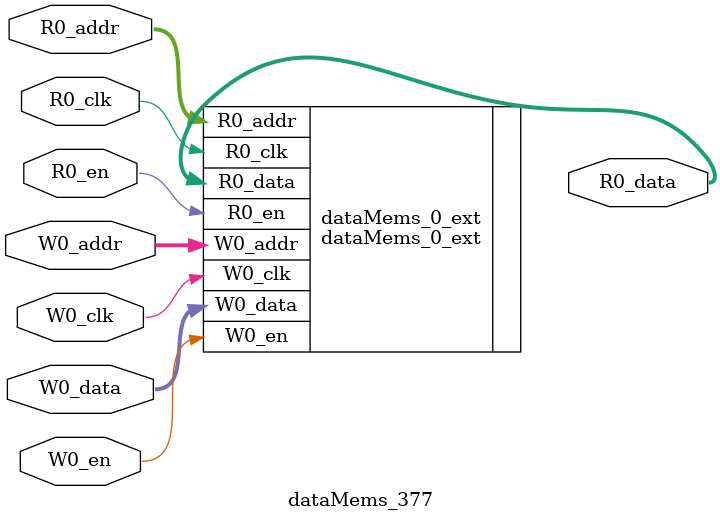
<source format=sv>
`ifndef RANDOMIZE
  `ifdef RANDOMIZE_REG_INIT
    `define RANDOMIZE
  `endif // RANDOMIZE_REG_INIT
`endif // not def RANDOMIZE
`ifndef RANDOMIZE
  `ifdef RANDOMIZE_MEM_INIT
    `define RANDOMIZE
  `endif // RANDOMIZE_MEM_INIT
`endif // not def RANDOMIZE

`ifndef RANDOM
  `define RANDOM $random
`endif // not def RANDOM

// Users can define 'PRINTF_COND' to add an extra gate to prints.
`ifndef PRINTF_COND_
  `ifdef PRINTF_COND
    `define PRINTF_COND_ (`PRINTF_COND)
  `else  // PRINTF_COND
    `define PRINTF_COND_ 1
  `endif // PRINTF_COND
`endif // not def PRINTF_COND_

// Users can define 'ASSERT_VERBOSE_COND' to add an extra gate to assert error printing.
`ifndef ASSERT_VERBOSE_COND_
  `ifdef ASSERT_VERBOSE_COND
    `define ASSERT_VERBOSE_COND_ (`ASSERT_VERBOSE_COND)
  `else  // ASSERT_VERBOSE_COND
    `define ASSERT_VERBOSE_COND_ 1
  `endif // ASSERT_VERBOSE_COND
`endif // not def ASSERT_VERBOSE_COND_

// Users can define 'STOP_COND' to add an extra gate to stop conditions.
`ifndef STOP_COND_
  `ifdef STOP_COND
    `define STOP_COND_ (`STOP_COND)
  `else  // STOP_COND
    `define STOP_COND_ 1
  `endif // STOP_COND
`endif // not def STOP_COND_

// Users can define INIT_RANDOM as general code that gets injected into the
// initializer block for modules with registers.
`ifndef INIT_RANDOM
  `define INIT_RANDOM
`endif // not def INIT_RANDOM

// If using random initialization, you can also define RANDOMIZE_DELAY to
// customize the delay used, otherwise 0.002 is used.
`ifndef RANDOMIZE_DELAY
  `define RANDOMIZE_DELAY 0.002
`endif // not def RANDOMIZE_DELAY

// Define INIT_RANDOM_PROLOG_ for use in our modules below.
`ifndef INIT_RANDOM_PROLOG_
  `ifdef RANDOMIZE
    `ifdef VERILATOR
      `define INIT_RANDOM_PROLOG_ `INIT_RANDOM
    `else  // VERILATOR
      `define INIT_RANDOM_PROLOG_ `INIT_RANDOM #`RANDOMIZE_DELAY begin end
    `endif // VERILATOR
  `else  // RANDOMIZE
    `define INIT_RANDOM_PROLOG_
  `endif // RANDOMIZE
`endif // not def INIT_RANDOM_PROLOG_

// Include register initializers in init blocks unless synthesis is set
`ifndef SYNTHESIS
  `ifndef ENABLE_INITIAL_REG_
    `define ENABLE_INITIAL_REG_
  `endif // not def ENABLE_INITIAL_REG_
`endif // not def SYNTHESIS

// Include rmemory initializers in init blocks unless synthesis is set
`ifndef SYNTHESIS
  `ifndef ENABLE_INITIAL_MEM_
    `define ENABLE_INITIAL_MEM_
  `endif // not def ENABLE_INITIAL_MEM_
`endif // not def SYNTHESIS

module dataMems_377(	// @[generators/ara/src/main/scala/UnsafeAXI4ToTL.scala:365:62]
  input  [4:0]  R0_addr,
  input         R0_en,
  input         R0_clk,
  output [66:0] R0_data,
  input  [4:0]  W0_addr,
  input         W0_en,
  input         W0_clk,
  input  [66:0] W0_data
);

  dataMems_0_ext dataMems_0_ext (	// @[generators/ara/src/main/scala/UnsafeAXI4ToTL.scala:365:62]
    .R0_addr (R0_addr),
    .R0_en   (R0_en),
    .R0_clk  (R0_clk),
    .R0_data (R0_data),
    .W0_addr (W0_addr),
    .W0_en   (W0_en),
    .W0_clk  (W0_clk),
    .W0_data (W0_data)
  );
endmodule


</source>
